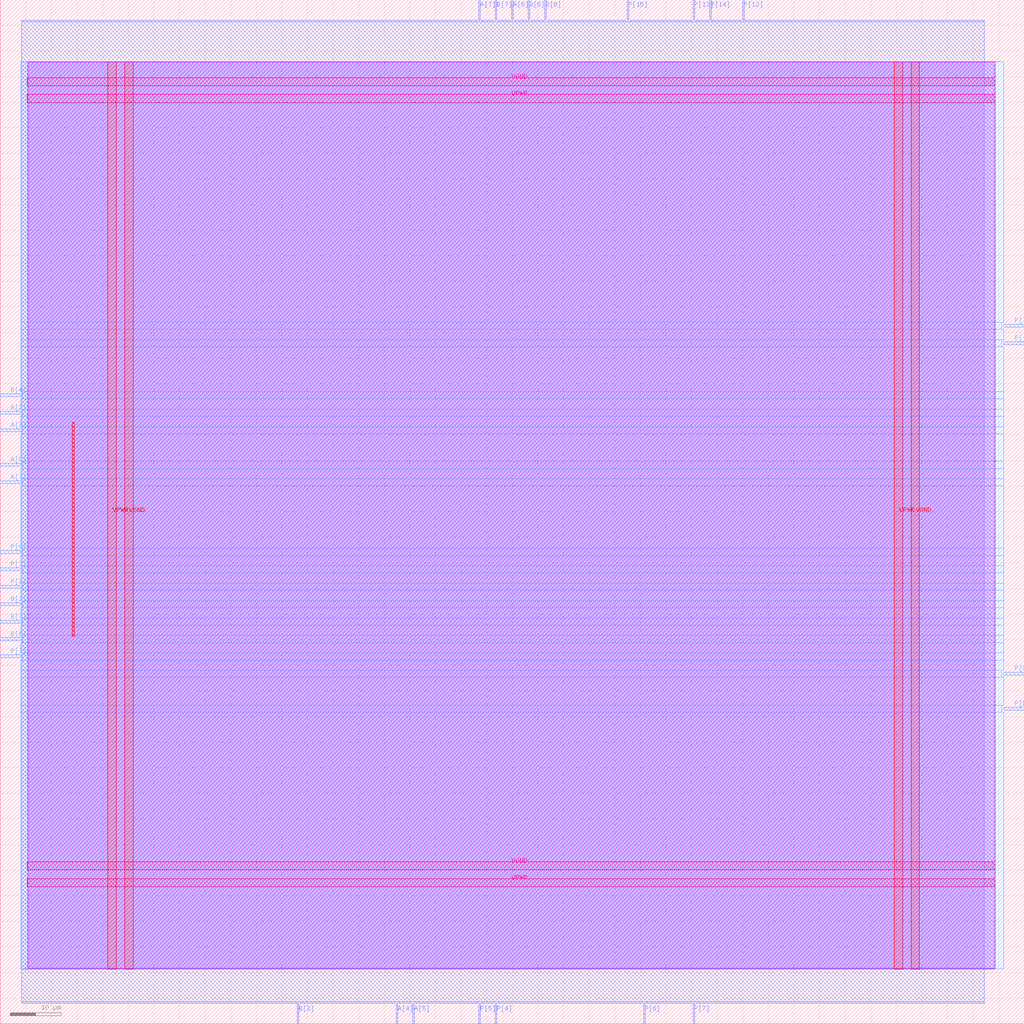
<source format=lef>
VERSION 5.7 ;
  NOWIREEXTENSIONATPIN ON ;
  DIVIDERCHAR "/" ;
  BUSBITCHARS "[]" ;
MACRO mult8_2bits_1op_e169662
  CLASS BLOCK ;
  FOREIGN mult8_2bits_1op_e169662 ;
  ORIGIN 0.000 0.000 ;
  SIZE 200.000 BY 200.000 ;
  PIN A[0]
    DIRECTION INPUT ;
    USE SIGNAL ;
    ANTENNAGATEAREA 0.742500 ;
    PORT
      LAYER met3 ;
        RECT 0.000 108.840 4.000 109.440 ;
    END
  END A[0]
  PIN A[1]
    DIRECTION INPUT ;
    USE SIGNAL ;
    ANTENNAGATEAREA 0.213000 ;
    PORT
      LAYER met3 ;
        RECT 0.000 105.440 4.000 106.040 ;
    END
  END A[1]
  PIN A[2]
    DIRECTION INPUT ;
    USE SIGNAL ;
    ANTENNAGATEAREA 0.196500 ;
    PORT
      LAYER met3 ;
        RECT 0.000 119.040 4.000 119.640 ;
    END
  END A[2]
  PIN A[3]
    DIRECTION INPUT ;
    USE SIGNAL ;
    ANTENNAGATEAREA 0.159000 ;
    PORT
      LAYER met3 ;
        RECT 0.000 115.640 4.000 116.240 ;
    END
  END A[3]
  PIN A[4]
    DIRECTION INPUT ;
    USE SIGNAL ;
    ANTENNAGATEAREA 0.213000 ;
    PORT
      LAYER met2 ;
        RECT 77.370 0.000 77.650 4.000 ;
    END
  END A[4]
  PIN A[5]
    DIRECTION INPUT ;
    USE SIGNAL ;
    ANTENNAGATEAREA 0.159000 ;
    PORT
      LAYER met2 ;
        RECT 80.590 0.000 80.870 4.000 ;
    END
  END A[5]
  PIN A[6]
    DIRECTION INPUT ;
    USE SIGNAL ;
    ANTENNAGATEAREA 0.213000 ;
    PORT
      LAYER met2 ;
        RECT 99.910 196.000 100.190 200.000 ;
    END
  END A[6]
  PIN A[7]
    DIRECTION INPUT ;
    USE SIGNAL ;
    ANTENNAGATEAREA 0.159000 ;
    PORT
      LAYER met2 ;
        RECT 93.470 196.000 93.750 200.000 ;
    END
  END A[7]
  PIN B[0]
    DIRECTION INPUT ;
    USE SIGNAL ;
    ANTENNAGATEAREA 0.213000 ;
    PORT
      LAYER met3 ;
        RECT 0.000 74.840 4.000 75.440 ;
    END
  END B[0]
  PIN B[1]
    DIRECTION INPUT ;
    USE SIGNAL ;
    ANTENNAGATEAREA 0.213000 ;
    PORT
      LAYER met3 ;
        RECT 0.000 78.240 4.000 78.840 ;
    END
  END B[1]
  PIN B[2]
    DIRECTION INPUT ;
    USE SIGNAL ;
    ANTENNAGATEAREA 0.213000 ;
    PORT
      LAYER met3 ;
        RECT 0.000 81.640 4.000 82.240 ;
    END
  END B[2]
  PIN B[3]
    DIRECTION INPUT ;
    USE SIGNAL ;
    ANTENNAGATEAREA 0.495000 ;
    PORT
      LAYER met2 ;
        RECT 58.050 0.000 58.330 4.000 ;
    END
  END B[3]
  PIN B[4]
    DIRECTION INPUT ;
    USE SIGNAL ;
    ANTENNAGATEAREA 0.159000 ;
    PORT
      LAYER met3 ;
        RECT 0.000 122.440 4.000 123.040 ;
    END
  END B[4]
  PIN B[5]
    DIRECTION INPUT ;
    USE SIGNAL ;
    ANTENNAGATEAREA 0.126000 ;
    PORT
      LAYER met2 ;
        RECT 103.130 196.000 103.410 200.000 ;
    END
  END B[5]
  PIN B[6]
    DIRECTION INPUT ;
    USE SIGNAL ;
    ANTENNAGATEAREA 0.196500 ;
    PORT
      LAYER met2 ;
        RECT 106.350 196.000 106.630 200.000 ;
    END
  END B[6]
  PIN B[7]
    DIRECTION INPUT ;
    USE SIGNAL ;
    ANTENNAGATEAREA 0.196500 ;
    PORT
      LAYER met2 ;
        RECT 96.690 196.000 96.970 200.000 ;
    END
  END B[7]
  PIN P[0]
    DIRECTION OUTPUT ;
    USE SIGNAL ;
    ANTENNADIFFAREA 0.445500 ;
    PORT
      LAYER met3 ;
        RECT 0.000 91.840 4.000 92.440 ;
    END
  END P[0]
  PIN P[10]
    DIRECTION OUTPUT ;
    USE SIGNAL ;
    ANTENNADIFFAREA 1.336500 ;
    PORT
      LAYER met3 ;
        RECT 196.000 132.640 200.000 133.240 ;
    END
  END P[10]
  PIN P[11]
    DIRECTION OUTPUT ;
    USE SIGNAL ;
    ANTENNADIFFAREA 1.336500 ;
    PORT
      LAYER met3 ;
        RECT 196.000 136.040 200.000 136.640 ;
    END
  END P[11]
  PIN P[12]
    DIRECTION OUTPUT ;
    USE SIGNAL ;
    ANTENNADIFFAREA 0.891000 ;
    PORT
      LAYER met2 ;
        RECT 144.990 196.000 145.270 200.000 ;
    END
  END P[12]
  PIN P[13]
    DIRECTION OUTPUT ;
    USE SIGNAL ;
    ANTENNADIFFAREA 0.891000 ;
    PORT
      LAYER met2 ;
        RECT 135.330 196.000 135.610 200.000 ;
    END
  END P[13]
  PIN P[14]
    DIRECTION OUTPUT ;
    USE SIGNAL ;
    ANTENNADIFFAREA 1.336500 ;
    PORT
      LAYER met2 ;
        RECT 138.550 196.000 138.830 200.000 ;
    END
  END P[14]
  PIN P[15]
    DIRECTION OUTPUT ;
    USE SIGNAL ;
    ANTENNADIFFAREA 1.782000 ;
    PORT
      LAYER met2 ;
        RECT 122.450 196.000 122.730 200.000 ;
    END
  END P[15]
  PIN P[1]
    DIRECTION OUTPUT ;
    USE SIGNAL ;
    ANTENNADIFFAREA 0.445500 ;
    PORT
      LAYER met3 ;
        RECT 0.000 88.440 4.000 89.040 ;
    END
  END P[1]
  PIN P[2]
    DIRECTION OUTPUT ;
    USE SIGNAL ;
    ANTENNADIFFAREA 0.445500 ;
    PORT
      LAYER met3 ;
        RECT 0.000 85.040 4.000 85.640 ;
    END
  END P[2]
  PIN P[3]
    DIRECTION OUTPUT ;
    USE SIGNAL ;
    ANTENNADIFFAREA 0.445500 ;
    PORT
      LAYER met3 ;
        RECT 0.000 71.440 4.000 72.040 ;
    END
  END P[3]
  PIN P[4]
    DIRECTION OUTPUT ;
    USE SIGNAL ;
    ANTENNADIFFAREA 0.445500 ;
    PORT
      LAYER met2 ;
        RECT 96.690 0.000 96.970 4.000 ;
    END
  END P[4]
  PIN P[5]
    DIRECTION OUTPUT ;
    USE SIGNAL ;
    ANTENNADIFFAREA 0.445500 ;
    PORT
      LAYER met2 ;
        RECT 93.470 0.000 93.750 4.000 ;
    END
  END P[5]
  PIN P[6]
    DIRECTION OUTPUT ;
    USE SIGNAL ;
    ANTENNADIFFAREA 1.336500 ;
    PORT
      LAYER met2 ;
        RECT 125.670 0.000 125.950 4.000 ;
    END
  END P[6]
  PIN P[7]
    DIRECTION OUTPUT ;
    USE SIGNAL ;
    ANTENNADIFFAREA 0.891000 ;
    PORT
      LAYER met2 ;
        RECT 135.330 0.000 135.610 4.000 ;
    END
  END P[7]
  PIN P[8]
    DIRECTION OUTPUT ;
    USE SIGNAL ;
    ANTENNADIFFAREA 1.336500 ;
    PORT
      LAYER met3 ;
        RECT 196.000 61.240 200.000 61.840 ;
    END
  END P[8]
  PIN P[9]
    DIRECTION OUTPUT ;
    USE SIGNAL ;
    ANTENNADIFFAREA 1.336500 ;
    PORT
      LAYER met3 ;
        RECT 196.000 68.040 200.000 68.640 ;
    END
  END P[9]
  PIN VGND
    DIRECTION INOUT ;
    USE GROUND ;
    PORT
      LAYER met4 ;
        RECT 24.340 10.640 25.940 187.920 ;
    END
    PORT
      LAYER met4 ;
        RECT 177.940 10.640 179.540 187.920 ;
    END
    PORT
      LAYER met5 ;
        RECT 5.280 30.030 194.360 31.630 ;
    END
    PORT
      LAYER met5 ;
        RECT 5.280 183.210 194.360 184.810 ;
    END
  END VGND
  PIN VPWR
    DIRECTION INOUT ;
    USE POWER ;
    PORT
      LAYER met4 ;
        RECT 21.040 10.640 22.640 187.920 ;
    END
    PORT
      LAYER met4 ;
        RECT 174.640 10.640 176.240 187.920 ;
    END
    PORT
      LAYER met5 ;
        RECT 5.280 26.730 194.360 28.330 ;
    END
    PORT
      LAYER met5 ;
        RECT 5.280 179.910 194.360 181.510 ;
    END
  END VPWR
  OBS
      LAYER nwell ;
        RECT 5.330 10.795 194.310 187.870 ;
      LAYER li1 ;
        RECT 5.520 10.795 194.120 187.765 ;
      LAYER met1 ;
        RECT 4.210 10.640 194.120 187.920 ;
      LAYER met2 ;
        RECT 4.230 195.720 93.190 196.000 ;
        RECT 94.030 195.720 96.410 196.000 ;
        RECT 97.250 195.720 99.630 196.000 ;
        RECT 100.470 195.720 102.850 196.000 ;
        RECT 103.690 195.720 106.070 196.000 ;
        RECT 106.910 195.720 122.170 196.000 ;
        RECT 123.010 195.720 135.050 196.000 ;
        RECT 135.890 195.720 138.270 196.000 ;
        RECT 139.110 195.720 144.710 196.000 ;
        RECT 145.550 195.720 192.190 196.000 ;
        RECT 4.230 4.280 192.190 195.720 ;
        RECT 4.230 4.000 57.770 4.280 ;
        RECT 58.610 4.000 77.090 4.280 ;
        RECT 77.930 4.000 80.310 4.280 ;
        RECT 81.150 4.000 93.190 4.280 ;
        RECT 94.030 4.000 96.410 4.280 ;
        RECT 97.250 4.000 125.390 4.280 ;
        RECT 126.230 4.000 135.050 4.280 ;
        RECT 135.890 4.000 192.190 4.280 ;
      LAYER met3 ;
        RECT 3.990 137.040 196.000 187.845 ;
        RECT 3.990 135.640 195.600 137.040 ;
        RECT 3.990 133.640 196.000 135.640 ;
        RECT 3.990 132.240 195.600 133.640 ;
        RECT 3.990 123.440 196.000 132.240 ;
        RECT 4.400 122.040 196.000 123.440 ;
        RECT 3.990 120.040 196.000 122.040 ;
        RECT 4.400 118.640 196.000 120.040 ;
        RECT 3.990 116.640 196.000 118.640 ;
        RECT 4.400 115.240 196.000 116.640 ;
        RECT 3.990 109.840 196.000 115.240 ;
        RECT 4.400 108.440 196.000 109.840 ;
        RECT 3.990 106.440 196.000 108.440 ;
        RECT 4.400 105.040 196.000 106.440 ;
        RECT 3.990 92.840 196.000 105.040 ;
        RECT 4.400 91.440 196.000 92.840 ;
        RECT 3.990 89.440 196.000 91.440 ;
        RECT 4.400 88.040 196.000 89.440 ;
        RECT 3.990 86.040 196.000 88.040 ;
        RECT 4.400 84.640 196.000 86.040 ;
        RECT 3.990 82.640 196.000 84.640 ;
        RECT 4.400 81.240 196.000 82.640 ;
        RECT 3.990 79.240 196.000 81.240 ;
        RECT 4.400 77.840 196.000 79.240 ;
        RECT 3.990 75.840 196.000 77.840 ;
        RECT 4.400 74.440 196.000 75.840 ;
        RECT 3.990 72.440 196.000 74.440 ;
        RECT 4.400 71.040 196.000 72.440 ;
        RECT 3.990 69.040 196.000 71.040 ;
        RECT 3.990 67.640 195.600 69.040 ;
        RECT 3.990 62.240 196.000 67.640 ;
        RECT 3.990 60.840 195.600 62.240 ;
        RECT 3.990 10.715 196.000 60.840 ;
      LAYER met4 ;
        RECT 14.095 75.655 14.425 117.465 ;
  END
END mult8_2bits_1op_e169662
END LIBRARY


</source>
